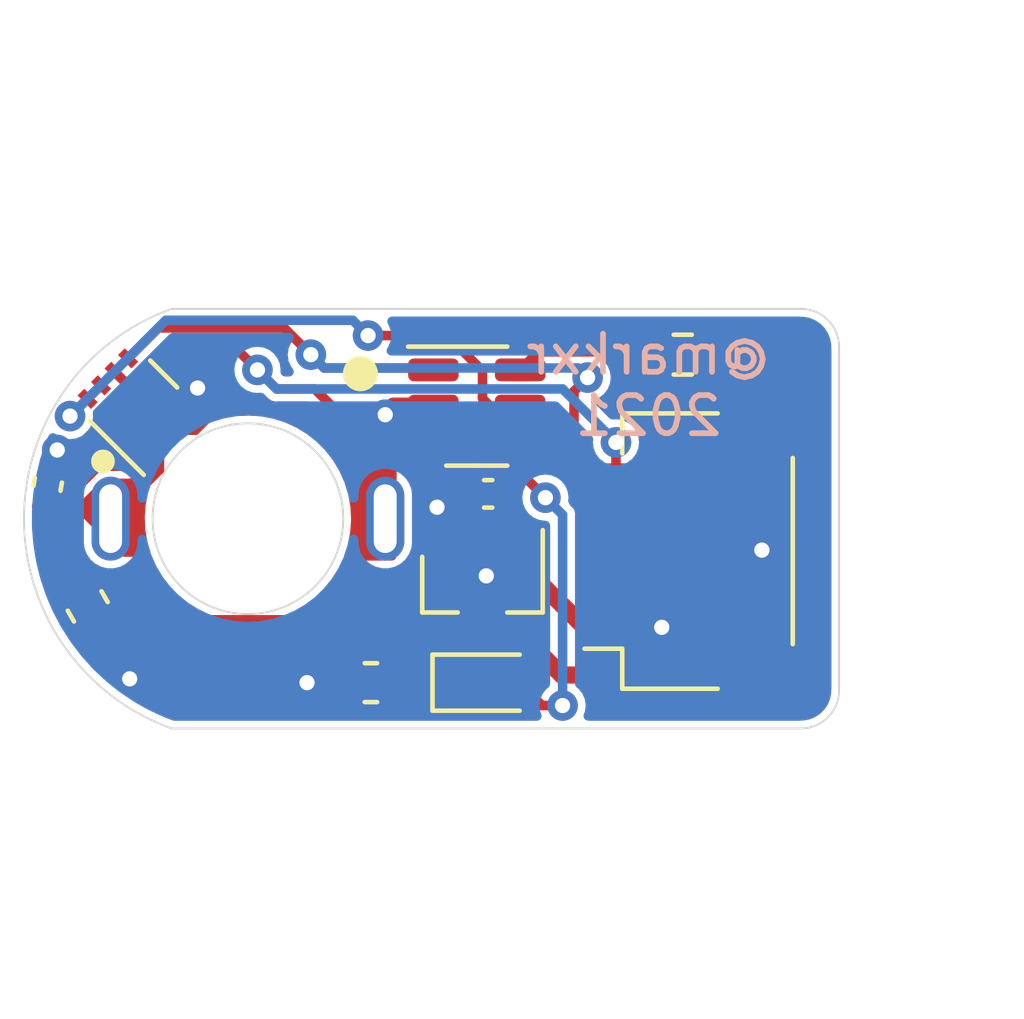
<source format=kicad_pcb>
(kicad_pcb (version 20201220) (generator pcbnew)
  (layers (0 "F.Cu" signal) (31 "B.Cu" signal) (34 "B.Paste" user) (35 "F.Paste" user) (36 "B.SilkS" user "B.Silkscreen") (37 "F.SilkS" user "F.Silkscreen") (38 "B.Mask" user) (39 "F.Mask" user) (44 "Edge.Cuts" user))
  (net 0 "")
  (net 1 "GND")
  (net 2 "VBAT")
  (net 3 "/VLOGIC")
  (net 4 "PWMIN")
  (net 5 "/MOTORF")
  (net 6 "/MOTORR")
  (net 7 "BLINKY")
  (net 8 "Net-(D1-Pad1)")
  (net 9 "/MOTOROUT1")
  (net 10 "/MOTOROUT2")
  (net 11 "/PWMR")
  (footprint "Resistor_SMD:R_0603_1608Metric" (layer "F.Cu") (at 163.225 124.3)
    (fp_text reference "R1" hide)
    (fp_text value "680R" hide)
    (fp_line (start -0.162779 0.51) (end 0.162779 0.51) (layer "F.SilkS") (width 0.12))
    (fp_line (start -0.162779 -0.51) (end 0.162779 -0.51) (layer "F.SilkS") (width 0.12))
    (pad "1" smd roundrect (at -0.7875 0) (size 0.875 0.95) (layers "F.Cu" "F.Paste" "F.Mask") (net 1 "GND"))
    (pad "2" smd roundrect (at 0.7875 0) (size 0.875 0.95) (layers "F.Cu" "F.Paste" "F.Mask") (net 8 "Net-(D1-Pad1)"))
  )
  (footprint "Capacitor_SMD:C_0402_1005Metric" (layer "F.Cu") (at 154.75 119.1 80)
    (fp_text reference "C2" hide)
    (fp_text value "1uF" hide)
    (fp_line (start -0.107836 0.36) (end 0.107836 0.36) (layer "F.SilkS") (width 0.12))
    (fp_line (start -0.107836 -0.36) (end 0.107836 -0.36) (layer "F.SilkS") (width 0.12))
    (pad "1" smd roundrect (at -0.48 0 80) (size 0.56 0.62) (layers "F.Cu" "F.Paste" "F.Mask") (net 2 "VBAT"))
    (pad "2" smd roundrect (at 0.48 0 80) (size 0.56 0.62) (layers "F.Cu" "F.Paste" "F.Mask") (net 1 "GND"))
  )
  (footprint "Connector_JST:JST_SH_SM05B-SRSS-TB_1x05-1MP_P1.00mm_Horizontal" (layer "F.Cu") (at 171.6 120.85 90)
    (fp_text reference "J1" hide)
    (fp_text value "Servo wire input" hide)
    (fp_line (start 3.61 0.715) (end 3.61 -1.785) (layer "F.SilkS") (width 0.12))
    (fp_line (start -2.44 2.685) (end 2.44 2.685) (layer "F.SilkS") (width 0.12))
    (fp_line (start 3.61 -1.785) (end 2.56 -1.785) (layer "F.SilkS") (width 0.12))
    (fp_line (start -3.61 0.715) (end -3.61 -1.785) (layer "F.SilkS") (width 0.12))
    (fp_line (start -2.56 -1.785) (end -2.56 -2.775) (layer "F.SilkS") (width 0.12))
    (fp_line (start -3.61 -1.785) (end -2.56 -1.785) (layer "F.SilkS") (width 0.12))
    (pad "1" smd roundrect (at -2 -2 90) (size 0.6 1.55) (layers "F.Cu" "F.Paste" "F.Mask") (net 1 "GND"))
    (pad "2" smd roundrect (at -1 -2 90) (size 0.6 1.55) (layers "F.Cu" "F.Paste" "F.Mask") (net 2 "VBAT"))
    (pad "3" smd roundrect (at 0 -2 90) (size 0.6 1.55) (layers "F.Cu" "F.Paste" "F.Mask") (net 4 "PWMIN"))
    (pad "4" smd roundrect (at 1 -2 90) (size 0.6 1.55) (layers "F.Cu" "F.Paste" "F.Mask") (net 6 "/MOTORR"))
    (pad "5" smd roundrect (at 2 -2 90) (size 0.6 1.55) (layers "F.Cu" "F.Paste" "F.Mask") (net 5 "/MOTORF"))
    (pad "MP" smd roundrect (at -3.3 1.875 90) (size 1.2 1.8) (layers "F.Cu" "F.Paste" "F.Mask") (roundrect_rratio 0.208333) (net 1 "GND"))
    (pad "MP" smd roundrect (at 3.3 1.875 90) (size 1.2 1.8) (layers "F.Cu" "F.Paste" "F.Mask") (roundrect_rratio 0.208333) (net 1 "GND"))
  )
  (footprint "Package_TO_SOT_SMD:SOT-23" (layer "F.Cu") (at 166.15 121.7 -90)
    (fp_text reference "U3" hide)
    (fp_text value "AIC1734-33GUTR" hide)
    (fp_line (start 0.76 -1.58) (end -1.4 -1.58) (layer "F.SilkS") (width 0.12))
    (fp_line (start 0.76 -1.58) (end 0.76 -0.65) (layer "F.SilkS") (width 0.12))
    (fp_line (start 0.76 1.58) (end 0.76 0.65) (layer "F.SilkS") (width 0.12))
    (fp_line (start 0.76 1.58) (end -0.7 1.58) (layer "F.SilkS") (width 0.12))
    (pad "1" smd rect (at -1 -0.95 270) (size 0.9 0.8) (layers "F.Cu" "F.Paste" "F.Mask") (net 1 "GND"))
    (pad "2" smd rect (at -1 0.95 270) (size 0.9 0.8) (layers "F.Cu" "F.Paste" "F.Mask") (net 3 "/VLOGIC"))
    (pad "3" smd rect (at 1 0 270) (size 0.9 0.8) (layers "F.Cu" "F.Paste" "F.Mask") (net 2 "VBAT"))
  )
  (footprint "Capacitor_SMD:C_0402_1005Metric" (layer "F.Cu") (at 166.3 119.35 180)
    (fp_text reference "C3" hide)
    (fp_text value "1uF" hide)
    (fp_line (start -0.107836 0.36) (end 0.107836 0.36) (layer "F.SilkS") (width 0.12))
    (fp_line (start -0.107836 -0.36) (end 0.107836 -0.36) (layer "F.SilkS") (width 0.12))
    (pad "1" smd roundrect (at -0.48 0 180) (size 0.56 0.62) (layers "F.Cu" "F.Paste" "F.Mask") (net 3 "/VLOGIC"))
    (pad "2" smd roundrect (at 0.48 0 180) (size 0.56 0.62) (layers "F.Cu" "F.Paste" "F.Mask") (net 1 "GND"))
  )
  (footprint "motorback:drv8837_custom" (layer "F.Cu") (at 157 117 135)
    (fp_text reference "U1" hide)
    (fp_text value "DRV8837DSGR" hide)
    (fp_line (start 0.5 1.12) (end -0.5 1.12) (layer "F.SilkS") (width 0.12))
    (fp_line (start -1.5 -1.12) (end 0.5 -1.12) (layer "F.SilkS") (width 0.12))
    (pad "1" smd rect (at -0.95 -0.75 135) (size 0.5 0.25) (layers "F.Cu" "F.Paste" "F.Mask") (net 2 "VBAT"))
    (pad "2" smd rect (at -0.95 -0.25 135) (size 0.5 0.25) (layers "F.Cu" "F.Paste" "F.Mask") (net 9 "/MOTOROUT1"))
    (pad "3" smd rect (at -0.95 0.25 135) (size 0.5 0.25) (layers "F.Cu" "F.Paste" "F.Mask") (net 10 "/MOTOROUT2"))
    (pad "4" smd rect (at -0.95 0.75 135) (size 0.5 0.25) (layers "F.Cu" "F.Paste" "F.Mask") (net 1 "GND"))
    (pad "5" smd rect (at 0.95 0.75 135) (size 0.5 0.25) (layers "F.Cu" "F.Paste" "F.Mask") (net 6 "/MOTORR"))
    (pad "6" smd rect (at 0.95 0.25 135) (size 0.5 0.25) (layers "F.Cu" "F.Paste" "F.Mask") (net 5 "/MOTORF"))
    (pad "7" smd rect (at 0.95 -0.25 135) (size 0.5 0.25) (layers "F.Cu" "F.Paste" "F.Mask") (net 3 "/VLOGIC"))
    (pad "8" smd rect (at 0.95 -0.75 135) (size 0.5 0.25) (layers "F.Cu" "F.Paste" "F.Mask") (net 3 "/VLOGIC"))
    (pad "9" smd rect (at 0 -0.4 135) (size 0.9 0.8) (layers "F.Cu" "F.Mask") (net 1 "GND"))
  )
  (footprint "motorback:motorpad" (layer "F.Cu") (at 163.6 120)
    (fp_text reference "J3" hide)
    (fp_text value "Conn_01x01_Male" hide)
    (pad "1" thru_hole oval (at 0 0) (size 1 2.2) (drill oval 0.6 1.8) (layers *.Cu *.Mask) (net 10 "/MOTOROUT2"))
  )
  (footprint "Package_TO_SOT_SMD:SOT-23-6" (layer "F.Cu") (at 166 117.05)
    (fp_text reference "U2" hide)
    (fp_text value "ATtiny4-TS" hide)
    (fp_line (start 0 -1.56) (end -1.8 -1.56) (layer "F.SilkS") (width 0.12))
    (fp_line (start 0 1.56) (end -0.8 1.56) (layer "F.SilkS") (width 0.12))
    (fp_line (start 0 -1.56) (end 0.8 -1.56) (layer "F.SilkS") (width 0.12))
    (fp_line (start 0 1.56) (end 0.8 1.56) (layer "F.SilkS") (width 0.12))
    (pad "1" smd roundrect (at -1.1375 -0.95) (size 1.325 0.6) (layers "F.Cu" "F.Paste" "F.Mask") (net 6 "/MOTORR"))
    (pad "2" smd roundrect (at -1.1375 0) (size 1.325 0.6) (layers "F.Cu" "F.Paste" "F.Mask") (net 1 "GND"))
    (pad "3" smd roundrect (at -1.1375 0.95) (size 1.325 0.6) (layers "F.Cu" "F.Paste" "F.Mask") (net 5 "/MOTORF"))
    (pad "4" smd roundrect (at 1.1375 0.95) (size 1.325 0.6) (layers "F.Cu" "F.Paste" "F.Mask") (net 7 "BLINKY"))
    (pad "5" smd roundrect (at 1.1375 0) (size 1.325 0.6) (layers "F.Cu" "F.Paste" "F.Mask") (net 3 "/VLOGIC"))
    (pad "6" smd roundrect (at 1.1375 -0.95) (size 1.325 0.6) (layers "F.Cu" "F.Paste" "F.Mask") (net 11 "/PWMR"))
  )
  (footprint "Capacitor_SMD:C_0603_1608Metric" (layer "F.Cu") (at 155.8 122.3 -60)
    (fp_text reference "C1" hide)
    (fp_text value "10uF" hide)
    (fp_line (start -0.162779 -0.51) (end 0.162779 -0.51) (layer "F.SilkS") (width 0.12))
    (fp_line (start -0.162779 0.51) (end 0.162779 0.51) (layer "F.SilkS") (width 0.12))
    (pad "1" smd roundrect (at -0.7875 0 300) (size 0.875 0.95) (layers "F.Cu" "F.Paste" "F.Mask") (net 2 "VBAT"))
    (pad "2" smd roundrect (at 0.7875 0 300) (size 0.875 0.95) (layers "F.Cu" "F.Paste" "F.Mask") (net 1 "GND"))
  )
  (footprint "Resistor_SMD:R_0603_1608Metric" (layer "F.Cu") (at 171.4 115.7 180)
    (fp_text reference "R2" hide)
    (fp_text value "680R" hide)
    (fp_line (start -0.237258 0.5225) (end 0.237258 0.5225) (layer "F.SilkS") (width 0.12))
    (fp_line (start -0.237258 -0.5225) (end 0.237258 -0.5225) (layer "F.SilkS") (width 0.12))
    (pad "1" smd roundrect (at -0.825 0 180) (size 0.8 0.95) (layers "F.Cu" "F.Paste" "F.Mask") (net 4 "PWMIN"))
    (pad "2" smd roundrect (at 0.825 0 180) (size 0.8 0.95) (layers "F.Cu" "F.Paste" "F.Mask") (net 11 "/PWMR"))
  )
  (footprint "motorback:motorpad" (layer "F.Cu") (at 156.4 120)
    (fp_text reference "J2" hide)
    (fp_text value "Conn_01x01_Male" hide)
    (pad "1" thru_hole oval (at 0 0) (size 1 2.2) (drill oval 0.6 1.8) (layers *.Cu *.Mask) (net 9 "/MOTOROUT1"))
  )
  (footprint "LED_SMD:LED_0603_1608Metric" (layer "F.Cu") (at 166.325 124.3)
    (fp_text reference "D1" hide)
    (fp_text value "LED" hide)
    (fp_line (start 0.8 -0.735) (end -1.485 -0.735) (layer "F.SilkS") (width 0.12))
    (fp_line (start -1.485 0.735) (end 0.8 0.735) (layer "F.SilkS") (width 0.12))
    (fp_line (start -1.485 -0.735) (end -1.485 0.735) (layer "F.SilkS") (width 0.12))
    (pad "1" smd roundrect (at -0.7875 0) (size 0.875 0.95) (layers "F.Cu" "F.Paste" "F.Mask") (net 8 "Net-(D1-Pad1)"))
    (pad "2" smd roundrect (at 0.7875 0) (size 0.875 0.95) (layers "F.Cu" "F.Paste" "F.Mask") (net 7 "BLINKY"))
  )
  (gr_circle (center 162.95 116.2) (end 163.35 116.2) (layer "F.SilkS") (width 0.12) (fill solid))
  (gr_circle (center 156.2 118.5) (end 156.45 118.5) (layer "F.SilkS") (width 0.12) (fill solid))
  (gr_arc (start 174.5 115.5) (end 175.5 115.5) (angle -90) (layer "Edge.Cuts") (width 0.05))
  (gr_arc (start 159.972702 120) (end 158 114.5) (angle -140.5369116) (layer "Edge.Cuts") (width 0.05))
  (gr_line (start 158 114.5) (end 174.5 114.5) (layer "Edge.Cuts") (width 0.05))
  (gr_circle (center 160 120) (end 162.5 120) (layer "Edge.Cuts") (width 0.05) (fill none))
  (gr_line (start 175.5 115.5) (end 175.5 124.5) (layer "Edge.Cuts") (width 0.05))
  (gr_arc (start 174.5 124.5) (end 174.5 125.5) (angle -90) (layer "Edge.Cuts") (width 0.05))
  (gr_line (start 158 125.5) (end 174.5 125.5) (layer "Edge.Cuts") (width 0.05))
  (gr_text "@markxr\n2021" (at 170.5 116.5) (layer "B.SilkS") (effects (font (size 1 1)) (justify mirror)))
  (segment (start 155 118.460643) (end 154.833351 118.627292) (width 0.45) (layer "F.Cu") (net 1))
  (segment (start 169.6 122.85) (end 170.85 122.85) (width 0.45) (layer "F.Cu") (net 1))
  (segment (start 156.19375 122.981995) (end 156.19375 123.49375) (width 0.45) (layer "F.Cu") (net 1))
  (segment (start 155 118.2) (end 155 118.460643) (width 0.45) (layer "F.Cu") (net 1))
  (segment (start 168.825 122.85) (end 167.1 121.125) (width 0.45) (layer "F.Cu") (net 1))
  (segment (start 173.475 120.825) (end 173.475 117.55) (width 0.45) (layer "F.Cu") (net 1))
  (segment (start 158.202082 117.141421) (end 158.68014 116.663363) (width 0.45) (layer "F.Cu") (net 1))
  (segment (start 165.77502 117.30002) (end 165.77502 119.30502) (width 0.2) (layer "F.Cu") (net 1))
  (segment (start 164.8625 117.05) (end 163.82501 117.05) (width 0.45) (layer "F.Cu") (net 1))
  (segment (start 167.05 120.7) (end 166.25 121.5) (width 0.45) (layer "F.Cu") (net 1))
  (segment (start 169.6 122.85) (end 168.825 122.85) (width 0.45) (layer "F.Cu") (net 1))
  (segment (start 167.1 120.7) (end 167.05 120.7) (width 0.45) (layer "F.Cu") (net 1))
  (segment (start 167.1 121.125) (end 167.1 120.7) (width 0.45) (layer "F.Cu") (net 1))
  (segment (start 173.475 124.15) (end 173.475 120.825) (width 0.45) (layer "F.Cu") (net 1))
  (segment (start 165.308036 119.35) (end 164.958045 119.699991) (width 0.45) (layer "F.Cu") (net 1))
  (segment (start 163.82501 117.05) (end 163.6 117.27501) (width 0.45) (layer "F.Cu") (net 1))
  (segment (start 156.2 117.5) (end 156.5 117.5) (width 0.3) (layer "F.Cu") (net 1))
  (segment (start 165.82 119.35) (end 165.308036 119.35) (width 0.45) (layer "F.Cu") (net 1))
  (segment (start 157.990461 116.9298) (end 157.0702 116.9298) (width 0.3) (layer "F.Cu") (net 1))
  (segment (start 158.202082 117.141421) (end 157.990461 116.9298) (width 0.3) (layer "F.Cu") (net 1))
  (segment (start 164.8625 117.05) (end 165.525 117.05) (width 0.2) (layer "F.Cu") (net 1))
  (segment (start 157.0702 116.9298) (end 156.717157 117.282843) (width 0.3) (layer "F.Cu") (net 1))
  (segment (start 162.4375 124.3) (end 161.55 124.3) (width 0.45) (layer "F.Cu") (net 1))
  (segment (start 156.19375 123.49375) (end 156.9 124.2) (width 0.45) (layer "F.Cu") (net 1))
  (segment (start 165.77502 119.30502) (end 165.82 119.35) (width 0.2) (layer "F.Cu") (net 1))
  (segment (start 156.5 117.5) (end 156.717157 117.282843) (width 0.3) (layer "F.Cu") (net 1))
  (segment (start 155.5 118.2) (end 156.2 117.5) (width 0.3) (layer "F.Cu") (net 1))
  (segment (start 155 118.2) (end 155.5 118.2) (width 0.3) (layer "F.Cu") (net 1))
  (segment (start 165.525 117.05) (end 165.77502 117.30002) (width 0.2) (layer "F.Cu") (net 1))
  (segment (start 158.68014 116.663363) (end 158.68014 116.57501) (width 0.45) (layer "F.Cu") (net 1))
  (via (at 163.6 117.27501) (size 0.8) (drill 0.4) (layers "F.Cu" "B.Cu") (net 1))
  (via (at 170.85 122.85) (size 0.8) (drill 0.4) (layers "F.Cu" "B.Cu") (net 1))
  (via (at 155 118.2) (size 0.8) (drill 0.4) (layers "F.Cu" "B.Cu") (net 1))
  (via (at 158.68014 116.57501) (size 0.8) (drill 0.4) (layers "F.Cu" "B.Cu") (net 1))
  (via (at 173.475 120.825) (size 0.8) (drill 0.4) (layers "F.Cu" "B.Cu") (net 1))
  (via (at 166.25 121.5) (size 0.8) (drill 0.4) (layers "F.Cu" "B.Cu") (net 1))
  (via (at 156.9 124.2) (size 0.8) (drill 0.4) (layers "F.Cu" "B.Cu") (net 1))
  (via (at 161.55 124.3) (size 0.8) (drill 0.4) (layers "F.Cu" "B.Cu") (net 1))
  (via (at 164.958045 119.699991) (size 0.8) (drill 0.4) (layers "F.Cu" "B.Cu") (net 1))
  (segment (start 166.098346 122.751654) (end 157.230593 122.751654) (width 0.45) (layer "F.Cu") (net 2))
  (segment (start 154.666649 120.187724) (end 155 120.521075) (width 0.45) (layer "F.Cu") (net 2))
  (segment (start 171.4 121.85) (end 171.85 122.3) (width 0.45) (layer "F.Cu") (net 2))
  (segment (start 154.666649 119.572708) (end 154.666649 120.187724) (width 0.45) (layer "F.Cu") (net 2))
  (segment (start 155 121.1) (end 155 120.521075) (width 0.45) (layer "F.Cu") (net 2))
  (segment (start 168.22722 124.1) (end 166.82722 122.7) (width 0.45) (layer "F.Cu") (net 2))
  (segment (start 171.85 123.15) (end 170.9 124.1) (width 0.45) (layer "F.Cu") (net 2))
  (segment (start 157.141421 118.202082) (end 156.818523 118.52498) (width 0.45) (layer "F.Cu") (net 2))
  (segment (start 154.989827 119.572708) (end 154.666649 119.572708) (width 0.45) (layer "F.Cu") (net 2))
  (segment (start 156.037555 118.52498) (end 154.989827 119.572708) (width 0.45) (layer "F.Cu") (net 2))
  (segment (start 171.85 122.3) (end 171.85 123.15) (width 0.45) (layer "F.Cu") (net 2))
  (segment (start 166.82722 122.7) (end 166.15 122.7) (width 0.45) (layer "F.Cu") (net 2))
  (segment (start 170.9 124.1) (end 168.22722 124.1) (width 0.45) (layer "F.Cu") (net 2))
  (segment (start 156.818523 118.52498) (end 156.037555 118.52498) (width 0.45) (layer "F.Cu") (net 2))
  (segment (start 155 121.211755) (end 155 121.1) (width 0.45) (layer "F.Cu") (net 2))
  (segment (start 155.40625 121.618005) (end 155 121.211755) (width 0.45) (layer "F.Cu") (net 2))
  (segment (start 156.096944 121.618005) (end 155.40625 121.618005) (width 0.45) (layer "F.Cu") (net 2))
  (segment (start 169.6 121.85) (end 171.4 121.85) (width 0.45) (layer "F.Cu") (net 2))
  (segment (start 155 121.211755) (end 155 120.521075) (width 0.45) (layer "F.Cu") (net 2))
  (segment (start 157.230593 122.751654) (end 156.096944 121.618005) (width 0.45) (layer "F.Cu") (net 2))
  (segment (start 166.15 122.7) (end 166.098346 122.751654) (width 0.45) (layer "F.Cu") (net 2))
  (segment (start 166.475 117.05) (end 166.19998 117.32502) (width 0.25) (layer "F.Cu") (net 3))
  (segment (start 167.1375 117.05) (end 166.475 117.05) (width 0.25) (layer "F.Cu") (net 3))
  (segment (start 156.151472 116.505025) (end 155.797918 116.858579) (width 0.25) (layer "F.Cu") (net 3))
  (segment (start 155.345243 117.311254) (end 155.335637 117.311254) (width 0.25) (layer "F.Cu") (net 3))
  (segment (start 163.15 115.2) (end 165.22607 115.2) (width 0.25) (layer "F.Cu") (net 3))
  (segment (start 165.22607 115.2) (end 166.15 116.12393) (width 0.25) (layer "F.Cu") (net 3))
  (segment (start 166.15 116.85) (end 166.35 117.05) (width 0.25) (layer "F.Cu") (net 3))
  (segment (start 155.797918 116.858579) (end 155.345243 117.311254) (width 0.25) (layer "F.Cu") (net 3))
  (segment (start 166.15 116.12393) (end 166.15 116.85) (width 0.25) (layer "F.Cu") (net 3))
  (segment (start 166.35 117.05) (end 167.1375 117.05) (width 0.25) (layer "F.Cu") (net 3))
  (segment (start 165.2 120.7) (end 165.2 120.68) (width 0.2) (layer "F.Cu") (net 3))
  (segment (start 165.43 120.7) (end 165.2 120.7) (width 0.25) (layer "F.Cu") (net 3))
  (segment (start 166.19998 118.76998) (end 166.78 119.35) (width 0.25) (layer "F.Cu") (net 3))
  (segment (start 166.78 119.35) (end 165.43 120.7) (width 0.25) (layer "F.Cu") (net 3))
  (segment (start 166.19998 117.32502) (end 166.19998 118.76998) (width 0.25) (layer "F.Cu") (net 3))
  (via (at 155.335637 117.311254) (size 0.8) (drill 0.4) (layers "F.Cu" "B.Cu") (net 3))
  (via (at 163.15 115.2) (size 0.8) (drill 0.4) (layers "F.Cu" "B.Cu") (net 3))
  (segment (start 155.335637 117.311254) (end 157.846891 114.8) (width 0.25) (layer "B.Cu") (net 3))
  (segment (start 162.75 114.8) (end 163.15 115.2) (width 0.25) (layer "B.Cu") (net 3))
  (segment (start 157.846891 114.8) (end 162.75 114.8) (width 0.25) (layer "B.Cu") (net 3))
  (segment (start 169.6 120.85) (end 170.375 120.85) (width 0.25) (layer "F.Cu") (net 4))
  (segment (start 172.225 119) (end 172.225 115.7) (width 0.25) (layer "F.Cu") (net 4))
  (segment (start 170.375 120.85) (end 172.225 119) (width 0.25) (layer "F.Cu") (net 4))
  (segment (start 163.450998 118.3) (end 161.750998 116.6) (width 0.25) (layer "F.Cu") (net 5))
  (segment (start 169.65 118) (end 169.65 118.8) (width 0.25) (layer "F.Cu") (net 5))
  (segment (start 159.7 115.55) (end 158.150996 115.55) (width 0.25) (layer "F.Cu") (net 5))
  (segment (start 164.5625 118.3) (end 163.450998 118.3) (width 0.25) (layer "F.Cu") (net 5))
  (segment (start 164.8625 118) (end 164.5625 118.3) (width 0.25) (layer "F.Cu") (net 5))
  (segment (start 161.750998 116.6) (end 160.75 116.6) (width 0.25) (layer "F.Cu") (net 5))
  (segment (start 156.753553 116.4) (end 156.505025 116.151472) (width 0.25) (layer "F.Cu") (net 5))
  (segment (start 158.150996 115.55) (end 157.300996 116.4) (width 0.25) (layer "F.Cu") (net 5))
  (segment (start 157.300996 116.4) (end 156.753553 116.4) (width 0.25) (layer "F.Cu") (net 5))
  (segment (start 160.25 116.1) (end 159.7 115.55) (width 0.25) (layer "F.Cu") (net 5))
  (segment (start 169.65 118.8) (end 169.6 118.85) (width 0.25) (layer "F.Cu") (net 5))
  (segment (start 160.75 116.6) (end 160.25 116.1) (width 0.25) (layer "F.Cu") (net 5))
  (via (at 169.65 118) (size 0.8) (drill 0.4) (layers "F.Cu" "B.Cu") (net 5))
  (via (at 160.25 116.1) (size 0.8) (drill 0.4) (layers "F.Cu" "B.Cu") (net 5))
  (segment (start 160.75 116.6) (end 168.25 116.6) (width 0.25) (layer "B.Cu") (net 5))
  (segment (start 168.25 116.6) (end 169.65 118) (width 0.25) (layer "B.Cu") (net 5))
  (segment (start 160.25 116.1) (end 160.75 116.6) (width 0.25) (layer "B.Cu") (net 5))
  (segment (start 168.54998 116.657184) (end 168.905887 116.301277) (width 0.25) (layer "F.Cu") (net 6))
  (segment (start 160.95 115) (end 157.656497 115) (width 0.25) (layer "F.Cu") (net 6))
  (segment (start 162.000009 116.050009) (end 161.65 115.7) (width 0.25) (layer "F.Cu") (net 6))
  (segment (start 168.825 119.85) (end 168.54998 119.57498) (width 0.25) (layer "F.Cu") (net 6))
  (segment (start 161.65 115.7) (end 160.95 115) (width 0.25) (layer "F.Cu") (net 6))
  (segment (start 164.8625 116.1) (end 164.812509 116.050009) (width 0.25) (layer "F.Cu") (net 6))
  (segment (start 157.656497 115) (end 156.858579 115.797918) (width 0.25) (layer "F.Cu") (net 6))
  (segment (start 164.812509 116.050009) (end 162.000009 116.050009) (width 0.25) (layer "F.Cu") (net 6))
  (segment (start 169.6 119.85) (end 168.825 119.85) (width 0.25) (layer "F.Cu") (net 6))
  (segment (start 168.54998 119.57498) (end 168.54998 116.657184) (width 0.25) (layer "F.Cu") (net 6))
  (via (at 168.905887 116.301277) (size 0.8) (drill 0.4) (layers "F.Cu" "B.Cu") (net 6))
  (via (at 161.65 115.7) (size 0.8) (drill 0.4) (layers "F.Cu" "B.Cu") (net 6))
  (segment (start 161.65 115.7) (end 162 116.05) (width 0.25) (layer "B.Cu") (net 6))
  (segment (start 162 116.05) (end 168.65461 116.05) (width 0.25) (layer "B.Cu") (net 6))
  (segment (start 168.65461 116.05) (end 168.905887 116.301277) (width 0.25) (layer "B.Cu") (net 6))
  (segment (start 167.1375 118) (end 167.1375 118.7875) (width 0.25) (layer "F.Cu") (net 7))
  (segment (start 167.1375 118.7875) (end 167.8 119.45) (width 0.25) (layer "F.Cu") (net 7))
  (segment (start 167.7125 124.9) (end 167.1125 124.3) (width 0.25) (layer "F.Cu") (net 7))
  (segment (start 168.25 124.9) (end 167.7125 124.9) (width 0.25) (layer "F.Cu") (net 7))
  (via (at 168.25 124.9) (size 0.8) (drill 0.4) (layers "F.Cu" "B.Cu") (net 7))
  (via (at 167.8 119.45) (size 0.8) (drill 0.4) (layers "F.Cu" "B.Cu") (net 7))
  (segment (start 167.8 119.45) (end 168.25 119.9) (width 0.25) (layer "B.Cu") (net 7))
  (segment (start 168.25 119.9) (end 168.25 124.9) (width 0.25) (layer "B.Cu") (net 7))
  (segment (start 165.5375 124.3) (end 164.0125 124.3) (width 0.25) (layer "F.Cu") (net 8))
  (segment (start 157.681596 118.035149) (end 157.681596 118.718404) (width 0.25) (layer "F.Cu") (net 9))
  (segment (start 157.494975 117.848528) (end 157.681596 118.035149) (width 0.25) (layer "F.Cu") (net 9))
  (segment (start 157.681596 118.718404) (end 156.4 120) (width 0.25) (layer "F.Cu") (net 9))
  (segment (start 163.1 119.1) (end 163.1 120) (width 0.25) (layer "F.Cu") (net 10))
  (segment (start 161.175024 117.175024) (end 163.1 119.1) (width 0.25) (layer "F.Cu") (net 10))
  (segment (start 158.035149 117.681596) (end 158.618404 117.681596) (width 0.25) (layer "F.Cu") (net 10))
  (segment (start 158.618404 117.681596) (end 159.124976 117.175024) (width 0.25) (layer "F.Cu") (net 10))
  (segment (start 157.848528 117.494975) (end 158.035149 117.681596) (width 0.25) (layer "F.Cu") (net 10))
  (segment (start 159.124976 117.175024) (end 161.175024 117.175024) (width 0.25) (layer "F.Cu") (net 10))
  (segment (start 167.611224 115.626276) (end 170.501276 115.626276) (width 0.25) (layer "F.Cu") (net 11))
  (segment (start 167.1375 116.1) (end 167.611224 115.626276) (width 0.25) (layer "F.Cu") (net 11))
  (segment (start 170.501276 115.626276) (end 170.575 115.7) (width 0.25) (layer "F.Cu") (net 11))
  (zone (net 9) (net_name "/MOTOROUT1") (layer "F.Cu") (connect_pads yes (clearance 0.2)) (min_thickness 0.254) (fill yes (thermal_gap 0.508) (thermal_bridge_width 0.508))
    (polygon (pts (xy 157.816093 118.091693) (xy 158.555459 118.736755) (xy 157.8 121) (xy 156.7 121) (xy 155.2 119.5) (xy 157.160634 117.554938)))
  )
  (zone (net 10) (net_name "/MOTOROUT2") (layer "F.Cu") (connect_pads yes (clearance 0.2)) (min_thickness 0.254) (fill yes (thermal_gap 0.508) (thermal_bridge_width 0.508))
    (polygon (pts (xy 163.9 118.5) (xy 163.9 121.1) (xy 162.3 121.1) (xy 162.3 119.3) (xy 158.443261 118.256739) (xy 157.543261 117.356739) (xy 158.1 116.8) (xy 162.4 116.8)))
  )
  (zone (net 1) (net_name "GND") (layer "B.Cu") (connect_pads (clearance 0.2)) (min_thickness 0.254) (fill yes (thermal_gap 0.508) (thermal_bridge_width 0.508))
    (polygon (pts (xy 176 126) (xy 153.5 126) (xy 153.5 114) (xy 176 114)))
  )
)
</source>
